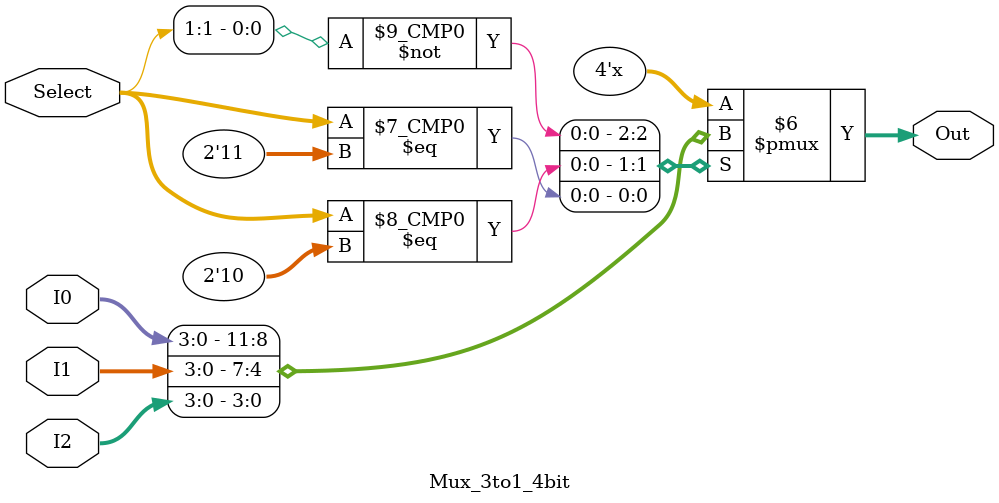
<source format=v>
module Mux_3to1_4bit (I0, I1, I2, Select, Out);

  // ports
  input wire [3:0] I0;
  input wire [3:0] I1;
  input wire [3:0] I2;
  input wire [1:0] Select;
  output reg [3:0] Out;
  
  // internal
  reg error;
  
  always @(I0,I1, I2, Select) begin
    casex (Select)
      2'b0x: begin
        Out = I0;
        error = 0;
      end
      2'b10: begin
        Out = I1;
        error = 0;
      end
      2'b11: begin
        Out = I2;
        error = 0;
      end
      default: error=1; // Default case 
    endcase
  end

endmodule

</source>
